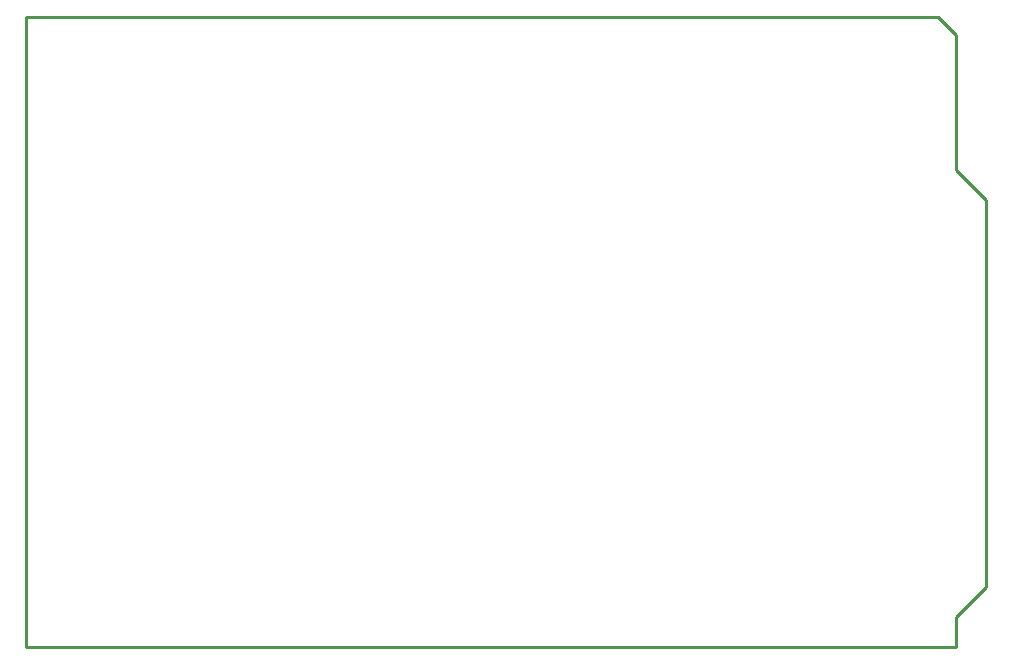
<source format=gko>
G04 Layer_Color=16711935*
%FSLAX25Y25*%
%MOIN*%
G70*
G01*
G75*
%ADD32C,0.01000*%
D32*
X0Y0D02*
Y210000D01*
X304000D01*
X310000Y204000D01*
Y159000D02*
Y204000D01*
Y159000D02*
X320000Y149000D01*
Y20000D02*
Y149000D01*
X310000Y10000D02*
X320000Y20000D01*
X310000Y0D02*
Y10000D01*
X0Y0D02*
X310000D01*
M02*

</source>
